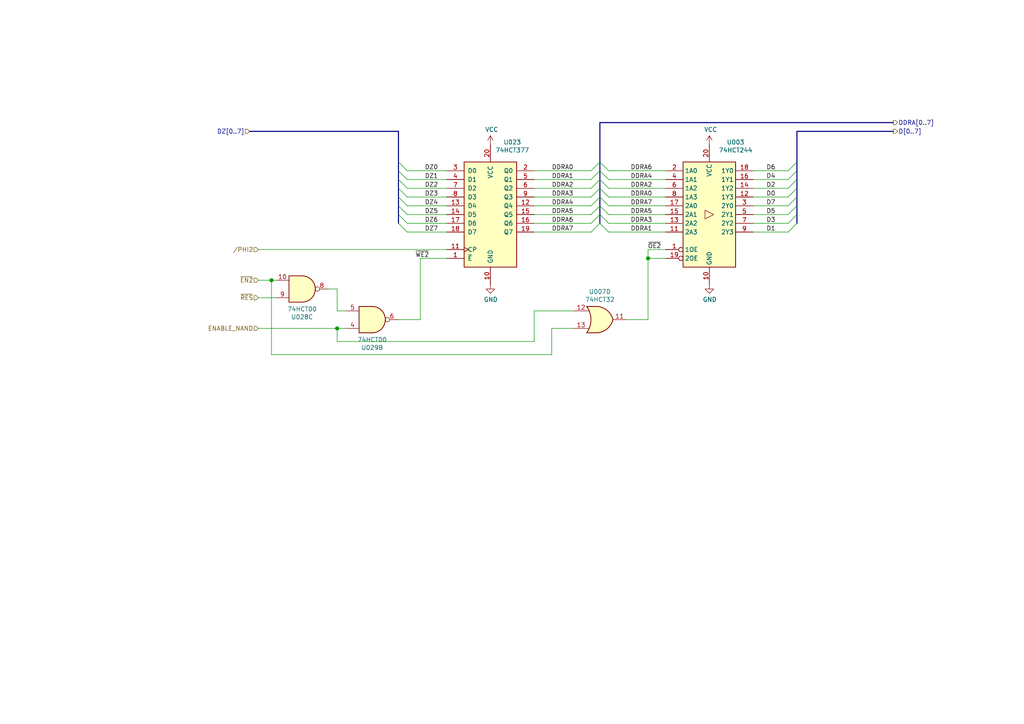
<source format=kicad_sch>
(kicad_sch (version 20211123) (generator eeschema)
  (paper "A4")
  (title_block (title "74HCT6526 Board 0") (date "2023-01-22") (rev "0.2.0") (company "Daniel Molina") (comment 1 "https://github.com/dmolinagarcia/74HCT6526"))
  (lib_symbols
    (symbol "74xx:74HCT00" (pin_names (offset 1.016))
      (property "Reference" "U" (at 0 1.27 0))
      (property "Value" "74HCT00" (at 0 -1.27 0))
      (symbol "74HCT00_1_1"
        (arc (start 0 -3.81) (mid 3.81 0) (end 0 3.81) (stroke (width 0.254)) (fill (type background)))
        (polyline (pts (xy 0 3.81) (xy -3.81 3.81) (xy -3.81 -3.81) (xy 0 -3.81)) (stroke (width 0.254)) (fill (type background)))
        (pin input line (at -7.62 2.54 0) (length 3.81) (name "~") (number "1"))
        (pin input line (at -7.62 -2.54 0) (length 3.81) (name "~") (number "2"))
        (pin output inverted (at 7.62 0 180) (length 3.81) (name "~") (number "3"))
      )
      (symbol "74HCT00_1_2"
        (arc (start -3.81 -3.81) (mid -2.589 0) (end -3.81 3.81) (stroke (width 0.254)))
        (arc (start -0.6096 -3.81) (mid 2.1855 -2.584) (end 3.81 0) (stroke (width 0.254)) (fill (type background)))
        (polyline (pts (xy -3.81 -3.81) (xy -0.635 -3.81)) (stroke (width 0.254)) (fill (type background)))
        (polyline (pts (xy -3.81 3.81) (xy -0.635 3.81)) (stroke (width 0.254)) (fill (type background)))
        (polyline (pts (xy -0.635 3.81) (xy -3.81 3.81) (xy -3.81 3.81) (xy -3.556 3.4036) (xy -3.0226 2.2606) (xy -2.6924 1.0414) (xy -2.6162 -0.254) (xy -2.7686 -1.4986) (xy -3.175 -2.7178) (xy -3.81 -3.81) (xy -3.81 -3.81) (xy -0.635 -3.81)) (stroke (width -25.4)) (fill (type background)))
        (arc (start 3.81 0) (mid 2.1928 2.5925) (end -0.6096 3.81) (stroke (width 0.254)) (fill (type background)))
        (pin input inverted (at -7.62 2.54 0) (length 4.318) (name "~") (number "1"))
        (pin input inverted (at -7.62 -2.54 0) (length 4.318) (name "~") (number "2"))
        (pin output line (at 7.62 0 180) (length 3.81) (name "~") (number "3"))
      )
      (symbol "74HCT00_2_1"
        (arc (start 0 -3.81) (mid 3.81 0) (end 0 3.81) (stroke (width 0.254)) (fill (type background)))
        (polyline (pts (xy 0 3.81) (xy -3.81 3.81) (xy -3.81 -3.81) (xy 0 -3.81)) (stroke (width 0.254)) (fill (type background)))
        (pin input line (at -7.62 2.54 0) (length 3.81) (name "~") (number "4"))
        (pin input line (at -7.62 -2.54 0) (length 3.81) (name "~") (number "5"))
        (pin output inverted (at 7.62 0 180) (length 3.81) (name "~") (number "6"))
      )
      (symbol "74HCT00_2_2"
        (arc (start -3.81 -3.81) (mid -2.589 0) (end -3.81 3.81) (stroke (width 0.254)))
        (arc (start -0.6096 -3.81) (mid 2.1855 -2.584) (end 3.81 0) (stroke (width 0.254)) (fill (type background)))
        (polyline (pts (xy -3.81 -3.81) (xy -0.635 -3.81)) (stroke (width 0.254)) (fill (type background)))
        (polyline (pts (xy -3.81 3.81) (xy -0.635 3.81)) (stroke (width 0.254)) (fill (type background)))
        (polyline (pts (xy -0.635 3.81) (xy -3.81 3.81) (xy -3.81 3.81) (xy -3.556 3.4036) (xy -3.0226 2.2606) (xy -2.6924 1.0414) (xy -2.6162 -0.254) (xy -2.7686 -1.4986) (xy -3.175 -2.7178) (xy -3.81 -3.81) (xy -3.81 -3.81) (xy -0.635 -3.81)) (stroke (width -25.4)) (fill (type background)))
        (arc (start 3.81 0) (mid 2.1928 2.5925) (end -0.6096 3.81) (stroke (width 0.254)) (fill (type background)))
        (pin input inverted (at -7.62 2.54 0) (length 4.318) (name "~") (number "4"))
        (pin input inverted (at -7.62 -2.54 0) (length 4.318) (name "~") (number "5"))
        (pin output line (at 7.62 0 180) (length 3.81) (name "~") (number "6"))
      )
      (symbol "74HCT00_3_1"
        (arc (start 0 -3.81) (mid 3.81 0) (end 0 3.81) (stroke (width 0.254)) (fill (type background)))
        (polyline (pts (xy 0 3.81) (xy -3.81 3.81) (xy -3.81 -3.81) (xy 0 -3.81)) (stroke (width 0.254)) (fill (type background)))
        (pin input line (at -7.62 -2.54 0) (length 3.81) (name "~") (number "10"))
        (pin output inverted (at 7.62 0 180) (length 3.81) (name "~") (number "8"))
        (pin input line (at -7.62 2.54 0) (length 3.81) (name "~") (number "9"))
      )
      (symbol "74HCT00_3_2"
        (arc (start -3.81 -3.81) (mid -2.589 0) (end -3.81 3.81) (stroke (width 0.254)))
        (arc (start -0.6096 -3.81) (mid 2.1855 -2.584) (end 3.81 0) (stroke (width 0.254)) (fill (type background)))
        (polyline (pts (xy -3.81 -3.81) (xy -0.635 -3.81)) (stroke (width 0.254)) (fill (type background)))
        (polyline (pts (xy -3.81 3.81) (xy -0.635 3.81)) (stroke (width 0.254)) (fill (type background)))
        (polyline (pts (xy -0.635 3.81) (xy -3.81 3.81) (xy -3.81 3.81) (xy -3.556 3.4036) (xy -3.0226 2.2606) (xy -2.6924 1.0414) (xy -2.6162 -0.254) (xy -2.7686 -1.4986) (xy -3.175 -2.7178) (xy -3.81 -3.81) (xy -3.81 -3.81) (xy -0.635 -3.81)) (stroke (width -25.4)) (fill (type background)))
        (arc (start 3.81 0) (mid 2.1928 2.5925) (end -0.6096 3.81) (stroke (width 0.254)) (fill (type background)))
        (pin input inverted (at -7.62 -2.54 0) (length 4.318) (name "~") (number "10"))
        (pin output line (at 7.62 0 180) (length 3.81) (name "~") (number "8"))
        (pin input inverted (at -7.62 2.54 0) (length 4.318) (name "~") (number "9"))
      )
      (symbol "74HCT00_4_1"
        (arc (start 0 -3.81) (mid 3.81 0) (end 0 3.81) (stroke (width 0.254)) (fill (type background)))
        (polyline (pts (xy 0 3.81) (xy -3.81 3.81) (xy -3.81 -3.81) (xy 0 -3.81)) (stroke (width 0.254)) (fill (type background)))
        (pin output inverted (at 7.62 0 180) (length 3.81) (name "~") (number "11"))
        (pin input line (at -7.62 2.54 0) (length 3.81) (name "~") (number "12"))
        (pin input line (at -7.62 -2.54 0) (length 3.81) (name "~") (number "13"))
      )
      (symbol "74HCT00_4_2"
        (arc (start -3.81 -3.81) (mid -2.589 0) (end -3.81 3.81) (stroke (width 0.254)))
        (arc (start -0.6096 -3.81) (mid 2.1855 -2.584) (end 3.81 0) (stroke (width 0.254)) (fill (type background)))
        (polyline (pts (xy -3.81 -3.81) (xy -0.635 -3.81)) (stroke (width 0.254)) (fill (type background)))
        (polyline (pts (xy -3.81 3.81) (xy -0.635 3.81)) (stroke (width 0.254)) (fill (type background)))
        (polyline (pts (xy -0.635 3.81) (xy -3.81 3.81) (xy -3.81 3.81) (xy -3.556 3.4036) (xy -3.0226 2.2606) (xy -2.6924 1.0414) (xy -2.6162 -0.254) (xy -2.7686 -1.4986) (xy -3.175 -2.7178) (xy -3.81 -3.81) (xy -3.81 -3.81) (xy -0.635 -3.81)) (stroke (width -25.4)) (fill (type background)))
        (arc (start 3.81 0) (mid 2.1928 2.5925) (end -0.6096 3.81) (stroke (width 0.254)) (fill (type background)))
        (pin output line (at 7.62 0 180) (length 3.81) (name "~") (number "11"))
        (pin input inverted (at -7.62 2.54 0) (length 4.318) (name "~") (number "12"))
        (pin input inverted (at -7.62 -2.54 0) (length 4.318) (name "~") (number "13"))
      )
      (symbol "74HCT00_5_0"
        (pin power_in line (at 0 12.7 270) (length 5.08) (name "VCC") (number "14"))
        (pin power_in line (at 0 -12.7 90) (length 5.08) (name "GND") (number "7"))
      )
      (symbol "74HCT00_5_1"
        (rectangle (start -5.08 7.62) (end 5.08 -7.62) (stroke (width 0.254)) (fill (type background)))
      )
    )
    (symbol "74xx:74HCT244"
      (property "Reference" "U" (at -7.62 16.51 0))
      (property "Value" "74HCT244" (at -7.62 -16.51 0))
      (symbol "74HCT244_1_0"
        (polyline (pts (xy 1.27 0) (xy -1.27 1.27) (xy -1.27 -1.27) (xy 1.27 0)) (stroke (width 0.1524)))
        (pin input inverted (at -12.7 -10.16 0) (length 5.08) (name "1OE") (number "1"))
        (pin power_in line (at 0 -20.32 90) (length 5.08) (name "GND") (number "10"))
        (pin input line (at -12.7 -5.08 0) (length 5.08) (name "2A3") (number "11"))
        (pin tri_state line (at 12.7 5.08 180) (length 5.08) (name "1Y3") (number "12"))
        (pin input line (at -12.7 -2.54 0) (length 5.08) (name "2A2") (number "13"))
        (pin tri_state line (at 12.7 7.62 180) (length 5.08) (name "1Y2") (number "14"))
        (pin input line (at -12.7 0 0) (length 5.08) (name "2A1") (number "15"))
        (pin tri_state line (at 12.7 10.16 180) (length 5.08) (name "1Y1") (number "16"))
        (pin input line (at -12.7 2.54 0) (length 5.08) (name "2A0") (number "17"))
        (pin tri_state line (at 12.7 12.7 180) (length 5.08) (name "1Y0") (number "18"))
        (pin input inverted (at -12.7 -12.7 0) (length 5.08) (name "2OE") (number "19"))
        (pin input line (at -12.7 12.7 0) (length 5.08) (name "1A0") (number "2"))
        (pin power_in line (at 0 20.32 270) (length 5.08) (name "VCC") (number "20"))
        (pin tri_state line (at 12.7 2.54 180) (length 5.08) (name "2Y0") (number "3"))
        (pin input line (at -12.7 10.16 0) (length 5.08) (name "1A1") (number "4"))
        (pin tri_state line (at 12.7 0 180) (length 5.08) (name "2Y1") (number "5"))
        (pin input line (at -12.7 7.62 0) (length 5.08) (name "1A2") (number "6"))
        (pin tri_state line (at 12.7 -2.54 180) (length 5.08) (name "2Y2") (number "7"))
        (pin input line (at -12.7 5.08 0) (length 5.08) (name "1A3") (number "8"))
        (pin tri_state line (at 12.7 -5.08 180) (length 5.08) (name "2Y3") (number "9"))
      )
      (symbol "74HCT244_1_1"
        (rectangle (start -7.62 15.24) (end 7.62 -15.24) (stroke (width 0.254)) (fill (type background)))
      )
    )
    (symbol "74xx:74LS32" (pin_names (offset 1.016))
      (property "Reference" "U" (at 0 1.27 0))
      (property "Value" "74LS32" (at 0 -1.27 0))
      (symbol "74LS32_1_1"
        (arc (start -3.81 -3.81) (mid -2.589 0) (end -3.81 3.81) (stroke (width 0.254)))
        (arc (start -0.6096 -3.81) (mid 2.1855 -2.584) (end 3.81 0) (stroke (width 0.254)) (fill (type background)))
        (polyline (pts (xy -3.81 -3.81) (xy -0.635 -3.81)) (stroke (width 0.254)) (fill (type background)))
        (polyline (pts (xy -3.81 3.81) (xy -0.635 3.81)) (stroke (width 0.254)) (fill (type background)))
        (polyline (pts (xy -0.635 3.81) (xy -3.81 3.81) (xy -3.81 3.81) (xy -3.556 3.4036) (xy -3.0226 2.2606) (xy -2.6924 1.0414) (xy -2.6162 -0.254) (xy -2.7686 -1.4986) (xy -3.175 -2.7178) (xy -3.81 -3.81) (xy -3.81 -3.81) (xy -0.635 -3.81)) (stroke (width -25.4)) (fill (type background)))
        (arc (start 3.81 0) (mid 2.1928 2.5925) (end -0.6096 3.81) (stroke (width 0.254)) (fill (type background)))
        (pin input line (at -7.62 2.54 0) (length 4.318) (name "~") (number "1"))
        (pin input line (at -7.62 -2.54 0) (length 4.318) (name "~") (number "2"))
        (pin output line (at 7.62 0 180) (length 3.81) (name "~") (number "3"))
      )
      (symbol "74LS32_1_2"
        (arc (start 0 -3.81) (mid 3.81 0) (end 0 3.81) (stroke (width 0.254)) (fill (type background)))
        (polyline (pts (xy 0 3.81) (xy -3.81 3.81) (xy -3.81 -3.81) (xy 0 -3.81)) (stroke (width 0.254)) (fill (type background)))
        (pin input inverted (at -7.62 2.54 0) (length 3.81) (name "~") (number "1"))
        (pin input inverted (at -7.62 -2.54 0) (length 3.81) (name "~") (number "2"))
        (pin output inverted (at 7.62 0 180) (length 3.81) (name "~") (number "3"))
      )
      (symbol "74LS32_2_1"
        (arc (start -3.81 -3.81) (mid -2.589 0) (end -3.81 3.81) (stroke (width 0.254)))
        (arc (start -0.6096 -3.81) (mid 2.1855 -2.584) (end 3.81 0) (stroke (width 0.254)) (fill (type background)))
        (polyline (pts (xy -3.81 -3.81) (xy -0.635 -3.81)) (stroke (width 0.254)) (fill (type background)))
        (polyline (pts (xy -3.81 3.81) (xy -0.635 3.81)) (stroke (width 0.254)) (fill (type background)))
        (polyline (pts (xy -0.635 3.81) (xy -3.81 3.81) (xy -3.81 3.81) (xy -3.556 3.4036) (xy -3.0226 2.2606) (xy -2.6924 1.0414) (xy -2.6162 -0.254) (xy -2.7686 -1.4986) (xy -3.175 -2.7178) (xy -3.81 -3.81) (xy -3.81 -3.81) (xy -0.635 -3.81)) (stroke (width -25.4)) (fill (type background)))
        (arc (start 3.81 0) (mid 2.1928 2.5925) (end -0.6096 3.81) (stroke (width 0.254)) (fill (type background)))
        (pin input line (at -7.62 2.54 0) (length 4.318) (name "~") (number "4"))
        (pin input line (at -7.62 -2.54 0) (length 4.318) (name "~") (number "5"))
        (pin output line (at 7.62 0 180) (length 3.81) (name "~") (number "6"))
      )
      (symbol "74LS32_2_2"
        (arc (start 0 -3.81) (mid 3.81 0) (end 0 3.81) (stroke (width 0.254)) (fill (type background)))
        (polyline (pts (xy 0 3.81) (xy -3.81 3.81) (xy -3.81 -3.81) (xy 0 -3.81)) (stroke (width 0.254)) (fill (type background)))
        (pin input inverted (at -7.62 2.54 0) (length 3.81) (name "~") (number "4"))
        (pin input inverted (at -7.62 -2.54 0) (length 3.81) (name "~") (number "5"))
        (pin output inverted (at 7.62 0 180) (length 3.81) (name "~") (number "6"))
      )
      (symbol "74LS32_3_1"
        (arc (start -3.81 -3.81) (mid -2.589 0) (end -3.81 3.81) (stroke (width 0.254)))
        (arc (start -0.6096 -3.81) (mid 2.1855 -2.584) (end 3.81 0) (stroke (width 0.254)) (fill (type background)))
        (polyline (pts (xy -3.81 -3.81) (xy -0.635 -3.81)) (stroke (width 0.254)) (fill (type background)))
        (polyline (pts (xy -3.81 3.81) (xy -0.635 3.81)) (stroke (width 0.254)) (fill (type background)))
        (polyline (pts (xy -0.635 3.81) (xy -3.81 3.81) (xy -3.81 3.81) (xy -3.556 3.4036) (xy -3.0226 2.2606) (xy -2.6924 1.0414) (xy -2.6162 -0.254) (xy -2.7686 -1.4986) (xy -3.175 -2.7178) (xy -3.81 -3.81) (xy -3.81 -3.81) (xy -0.635 -3.81)) (stroke (width -25.4)) (fill (type background)))
        (arc (start 3.81 0) (mid 2.1928 2.5925) (end -0.6096 3.81) (stroke (width 0.254)) (fill (type background)))
        (pin input line (at -7.62 -2.54 0) (length 4.318) (name "~") (number "10"))
        (pin output line (at 7.62 0 180) (length 3.81) (name "~") (number "8"))
        (pin input line (at -7.62 2.54 0) (length 4.318) (name "~") (number "9"))
      )
      (symbol "74LS32_3_2"
        (arc (start 0 -3.81) (mid 3.81 0) (end 0 3.81) (stroke (width 0.254)) (fill (type background)))
        (polyline (pts (xy 0 3.81) (xy -3.81 3.81) (xy -3.81 -3.81) (xy 0 -3.81)) (stroke (width 0.254)) (fill (type background)))
        (pin input inverted (at -7.62 -2.54 0) (length 3.81) (name "~") (number "10"))
        (pin output inverted (at 7.62 0 180) (length 3.81) (name "~") (number "8"))
        (pin input inverted (at -7.62 2.54 0) (length 3.81) (name "~") (number "9"))
      )
      (symbol "74LS32_4_1"
        (arc (start -3.81 -3.81) (mid -2.589 0) (end -3.81 3.81) (stroke (width 0.254)))
        (arc (start -0.6096 -3.81) (mid 2.1855 -2.584) (end 3.81 0) (stroke (width 0.254)) (fill (type background)))
        (polyline (pts (xy -3.81 -3.81) (xy -0.635 -3.81)) (stroke (width 0.254)) (fill (type background)))
        (polyline (pts (xy -3.81 3.81) (xy -0.635 3.81)) (stroke (width 0.254)) (fill (type background)))
        (polyline (pts (xy -0.635 3.81) (xy -3.81 3.81) (xy -3.81 3.81) (xy -3.556 3.4036) (xy -3.0226 2.2606) (xy -2.6924 1.0414) (xy -2.6162 -0.254) (xy -2.7686 -1.4986) (xy -3.175 -2.7178) (xy -3.81 -3.81) (xy -3.81 -3.81) (xy -0.635 -3.81)) (stroke (width -25.4)) (fill (type background)))
        (arc (start 3.81 0) (mid 2.1928 2.5925) (end -0.6096 3.81) (stroke (width 0.254)) (fill (type background)))
        (pin output line (at 7.62 0 180) (length 3.81) (name "~") (number "11"))
        (pin input line (at -7.62 2.54 0) (length 4.318) (name "~") (number "12"))
        (pin input line (at -7.62 -2.54 0) (length 4.318) (name "~") (number "13"))
      )
      (symbol "74LS32_4_2"
        (arc (start 0 -3.81) (mid 3.81 0) (end 0 3.81) (stroke (width 0.254)) (fill (type background)))
        (polyline (pts (xy 0 3.81) (xy -3.81 3.81) (xy -3.81 -3.81) (xy 0 -3.81)) (stroke (width 0.254)) (fill (type background)))
        (pin output inverted (at 7.62 0 180) (length 3.81) (name "~") (number "11"))
        (pin input inverted (at -7.62 2.54 0) (length 3.81) (name "~") (number "12"))
        (pin input inverted (at -7.62 -2.54 0) (length 3.81) (name "~") (number "13"))
      )
      (symbol "74LS32_5_0"
        (pin power_in line (at 0 12.7 270) (length 5.08) (name "VCC") (number "14"))
        (pin power_in line (at 0 -12.7 90) (length 5.08) (name "GND") (number "7"))
      )
      (symbol "74LS32_5_1"
        (rectangle (start -5.08 7.62) (end 5.08 -7.62) (stroke (width 0.254)) (fill (type background)))
      )
    )
    (symbol "74xx:74LS377" (pin_names (offset 1.016))
      (property "Reference" "U" (at -7.62 16.51 0))
      (property "Value" "74LS377" (at -7.62 -16.51 0))
      (symbol "74LS377_1_0"
        (pin input line (at -12.7 -12.7 0) (length 5.08) (name "~{E}") (number "1"))
        (pin power_in line (at 0 -20.32 90) (length 5.08) (name "GND") (number "10"))
        (pin input clock (at -12.7 -10.16 0) (length 5.08) (name "CP") (number "11"))
        (pin output line (at 12.7 2.54 180) (length 5.08) (name "Q4") (number "12"))
        (pin input line (at -12.7 2.54 0) (length 5.08) (name "D4") (number "13"))
        (pin input line (at -12.7 0 0) (length 5.08) (name "D5") (number "14"))
        (pin output line (at 12.7 0 180) (length 5.08) (name "Q5") (number "15"))
        (pin output line (at 12.7 -2.54 180) (length 5.08) (name "Q6") (number "16"))
        (pin input line (at -12.7 -2.54 0) (length 5.08) (name "D6") (number "17"))
        (pin input line (at -12.7 -5.08 0) (length 5.08) (name "D7") (number "18"))
        (pin output line (at 12.7 -5.08 180) (length 5.08) (name "Q7") (number "19"))
        (pin output line (at 12.7 12.7 180) (length 5.08) (name "Q0") (number "2"))
        (pin power_in line (at 0 20.32 270) (length 5.08) (name "VCC") (number "20"))
        (pin input line (at -12.7 12.7 0) (length 5.08) (name "D0") (number "3"))
        (pin input line (at -12.7 10.16 0) (length 5.08) (name "D1") (number "4"))
        (pin output line (at 12.7 10.16 180) (length 5.08) (name "Q1") (number "5"))
        (pin output line (at 12.7 7.62 180) (length 5.08) (name "Q2") (number "6"))
        (pin input line (at -12.7 7.62 0) (length 5.08) (name "D2") (number "7"))
        (pin input line (at -12.7 5.08 0) (length 5.08) (name "D3") (number "8"))
        (pin output line (at 12.7 5.08 180) (length 5.08) (name "Q3") (number "9"))
      )
      (symbol "74LS377_1_1"
        (rectangle (start -7.62 15.24) (end 7.62 -15.24) (stroke (width 0.254)) (fill (type background)))
      )
    )
    (symbol "power:GND" (power) (pin_names (offset 0))
      (property "Value" "GND" (at 0 -3.81 0))
      (symbol "GND_0_1"
        (polyline (pts (xy 0 0) (xy 0 -1.27) (xy 1.27 -1.27) (xy 0 -2.54) (xy -1.27 -1.27) (xy 0 -1.27)))
      )
      (symbol "GND_1_1"
        (pin power_in line (at 0 0 270) (length 0) hide (name "GND") (number "1"))
      )
    )
    (symbol "power:VCC" (power) (pin_names (offset 0))
      (property "Value" "VCC" (at 0 3.81 0))
      (symbol "VCC_0_1"
        (polyline (pts (xy -0.762 1.27) (xy 0 2.54)))
        (polyline (pts (xy 0 0) (xy 0 2.54)))
        (polyline (pts (xy 0 2.54) (xy 0.762 1.27)))
      )
      (symbol "VCC_1_1"
        (pin power_in line (at 0 0 90) (length 0) hide (name "VCC") (number "1"))
      )
    )
  )
  (junction (at 97.79 95.25) (diameter 1.016))
  (junction (at 78.74 81.28) (diameter 1.016))
  (junction (at 187.96 74.93) (diameter 1.016))
  (bus_entry (at 231.14 46.99) (size -2.54 2.54) (stroke (width 0.1524)))
  (bus_entry (at 115.57 49.53) (size 2.54 2.54) (stroke (width 0.1524)))
  (bus_entry (at 173.99 54.61) (size -2.54 2.54) (stroke (width 0.1524)))
  (bus_entry (at 231.14 59.69) (size -2.54 2.54) (stroke (width 0.1524)))
  (bus_entry (at 173.99 49.53) (size -2.54 2.54) (stroke (width 0.1524)))
  (bus_entry (at 231.14 49.53) (size -2.54 2.54) (stroke (width 0.1524)))
  (bus_entry (at 173.99 64.77) (size 2.54 2.54) (stroke (width 0.1524)))
  (bus_entry (at 173.99 62.23) (size 2.54 2.54) (stroke (width 0.1524)))
  (bus_entry (at 173.99 52.07) (size 2.54 2.54) (stroke (width 0.1524)))
  (bus_entry (at 115.57 52.07) (size 2.54 2.54) (stroke (width 0.1524)))
  (bus_entry (at 115.57 54.61) (size 2.54 2.54) (stroke (width 0.1524)))
  (bus_entry (at 173.99 49.53) (size 2.54 2.54) (stroke (width 0.1524)))
  (bus_entry (at 115.57 62.23) (size 2.54 2.54) (stroke (width 0.1524)))
  (bus_entry (at 115.57 46.99) (size 2.54 2.54) (stroke (width 0.1524)))
  (bus_entry (at 231.14 57.15) (size -2.54 2.54) (stroke (width 0.1524)))
  (bus_entry (at 173.99 57.15) (size 2.54 2.54) (stroke (width 0.1524)))
  (bus_entry (at 173.99 52.07) (size -2.54 2.54) (stroke (width 0.1524)))
  (bus_entry (at 173.99 59.69) (size 2.54 2.54) (stroke (width 0.1524)))
  (bus_entry (at 115.57 57.15) (size 2.54 2.54) (stroke (width 0.1524)))
  (bus_entry (at 115.57 59.69) (size 2.54 2.54) (stroke (width 0.1524)))
  (bus_entry (at 173.99 59.69) (size -2.54 2.54) (stroke (width 0.1524)))
  (bus_entry (at 173.99 46.99) (size 2.54 2.54) (stroke (width 0.1524)))
  (bus_entry (at 173.99 57.15) (size -2.54 2.54) (stroke (width 0.1524)))
  (bus_entry (at 115.57 64.77) (size 2.54 2.54) (stroke (width 0.1524)))
  (bus_entry (at 231.14 64.77) (size -2.54 2.54) (stroke (width 0.1524)))
  (bus_entry (at 173.99 64.77) (size -2.54 2.54) (stroke (width 0.1524)))
  (bus_entry (at 173.99 46.99) (size -2.54 2.54) (stroke (width 0.1524)))
  (bus_entry (at 173.99 62.23) (size -2.54 2.54) (stroke (width 0.1524)))
  (bus_entry (at 231.14 52.07) (size -2.54 2.54) (stroke (width 0.1524)))
  (bus_entry (at 173.99 54.61) (size 2.54 2.54) (stroke (width 0.1524)))
  (bus_entry (at 231.14 62.23) (size -2.54 2.54) (stroke (width 0.1524)))
  (bus_entry (at 231.14 54.61) (size -2.54 2.54) (stroke (width 0.1524)))
  (wire (pts (xy 78.74 102.87) (xy 160.02 102.87)))
  (wire (pts (xy 218.44 62.23) (xy 228.6 62.23)))
  (wire (pts (xy 154.94 90.17) (xy 166.37 90.17)))
  (wire (pts (xy 218.44 52.07) (xy 228.6 52.07)))
  (wire (pts (xy 154.94 99.06) (xy 154.94 90.17)))
  (wire (pts (xy 218.44 57.15) (xy 228.6 57.15)))
  (wire (pts (xy 218.44 59.69) (xy 228.6 59.69)))
  (wire (pts (xy 218.44 49.53) (xy 228.6 49.53)))
  (bus (pts (xy 115.57 49.53) (xy 115.57 52.07)))
  (wire (pts (xy 176.53 54.61) (xy 193.04 54.61)))
  (bus (pts (xy 173.99 35.56) (xy 259.08 35.56)))
  (wire (pts (xy 154.94 64.77) (xy 171.45 64.77)))
  (wire (pts (xy 118.11 52.07) (xy 129.54 52.07)))
  (wire (pts (xy 118.11 59.69) (xy 129.54 59.69)))
  (wire (pts (xy 154.94 54.61) (xy 171.45 54.61)))
  (wire (pts (xy 95.25 83.82) (xy 97.79 83.82)))
  (wire (pts (xy 97.79 90.17) (xy 100.33 90.17)))
  (bus (pts (xy 231.14 49.53) (xy 231.14 46.99)))
  (bus (pts (xy 173.99 46.99) (xy 173.99 49.53)))
  (wire (pts (xy 118.11 62.23) (xy 129.54 62.23)))
  (bus (pts (xy 231.14 38.1) (xy 259.08 38.1)))
  (bus (pts (xy 115.57 46.99) (xy 115.57 49.53)))
  (wire (pts (xy 121.92 74.93) (xy 129.54 74.93)))
  (wire (pts (xy 97.79 95.25) (xy 97.79 99.06)))
  (wire (pts (xy 78.74 81.28) (xy 78.74 102.87)))
  (wire (pts (xy 176.53 59.69) (xy 193.04 59.69)))
  (wire (pts (xy 97.79 83.82) (xy 97.79 90.17)))
  (bus (pts (xy 231.14 59.69) (xy 231.14 57.15)))
  (bus (pts (xy 115.57 54.61) (xy 115.57 57.15)))
  (wire (pts (xy 176.53 49.53) (xy 193.04 49.53)))
  (wire (pts (xy 121.92 92.71) (xy 121.92 74.93)))
  (bus (pts (xy 231.14 64.77) (xy 231.14 62.23)))
  (wire (pts (xy 74.93 72.39) (xy 129.54 72.39)))
  (wire (pts (xy 118.11 64.77) (xy 129.54 64.77)))
  (bus (pts (xy 231.14 57.15) (xy 231.14 54.61)))
  (wire (pts (xy 154.94 59.69) (xy 171.45 59.69)))
  (wire (pts (xy 118.11 67.31) (xy 129.54 67.31)))
  (bus (pts (xy 173.99 57.15) (xy 173.99 59.69)))
  (wire (pts (xy 154.94 49.53) (xy 171.45 49.53)))
  (wire (pts (xy 74.93 86.36) (xy 80.01 86.36)))
  (bus (pts (xy 72.39 38.1) (xy 115.57 38.1)))
  (wire (pts (xy 160.02 102.87) (xy 160.02 95.25)))
  (bus (pts (xy 173.99 62.23) (xy 173.99 64.77)))
  (bus (pts (xy 173.99 52.07) (xy 173.99 54.61)))
  (bus (pts (xy 231.14 54.61) (xy 231.14 52.07)))
  (bus (pts (xy 115.57 38.1) (xy 115.57 46.99)))
  (wire (pts (xy 118.11 57.15) (xy 129.54 57.15)))
  (wire (pts (xy 154.94 67.31) (xy 171.45 67.31)))
  (bus (pts (xy 115.57 57.15) (xy 115.57 59.69)))
  (wire (pts (xy 218.44 64.77) (xy 228.6 64.77)))
  (wire (pts (xy 115.57 92.71) (xy 121.92 92.71)))
  (bus (pts (xy 231.14 52.07) (xy 231.14 49.53)))
  (bus (pts (xy 115.57 62.23) (xy 115.57 64.77)))
  (wire (pts (xy 176.53 62.23) (xy 193.04 62.23)))
  (bus (pts (xy 173.99 54.61) (xy 173.99 57.15)))
  (wire (pts (xy 160.02 95.25) (xy 166.37 95.25)))
  (bus (pts (xy 173.99 46.99) (xy 173.99 35.56)))
  (wire (pts (xy 187.96 92.71) (xy 187.96 74.93)))
  (wire (pts (xy 176.53 52.07) (xy 193.04 52.07)))
  (bus (pts (xy 115.57 59.69) (xy 115.57 62.23)))
  (wire (pts (xy 154.94 57.15) (xy 171.45 57.15)))
  (wire (pts (xy 181.61 92.71) (xy 187.96 92.71)))
  (bus (pts (xy 231.14 62.23) (xy 231.14 59.69)))
  (wire (pts (xy 176.53 64.77) (xy 193.04 64.77)))
  (bus (pts (xy 115.57 52.07) (xy 115.57 54.61)))
  (wire (pts (xy 176.53 67.31) (xy 193.04 67.31)))
  (wire (pts (xy 187.96 72.39) (xy 193.04 72.39)))
  (bus (pts (xy 173.99 59.69) (xy 173.99 62.23)))
  (wire (pts (xy 97.79 99.06) (xy 154.94 99.06)))
  (wire (pts (xy 74.93 81.28) (xy 78.74 81.28)))
  (wire (pts (xy 74.93 95.25) (xy 97.79 95.25)))
  (wire (pts (xy 218.44 67.31) (xy 228.6 67.31)))
  (wire (pts (xy 218.44 54.61) (xy 228.6 54.61)))
  (bus (pts (xy 173.99 49.53) (xy 173.99 52.07)))
  (wire (pts (xy 187.96 74.93) (xy 193.04 74.93)))
  (wire (pts (xy 118.11 54.61) (xy 129.54 54.61)))
  (wire (pts (xy 78.74 81.28) (xy 80.01 81.28)))
  (wire (pts (xy 154.94 62.23) (xy 171.45 62.23)))
  (bus (pts (xy 231.14 46.99) (xy 231.14 38.1)))
  (wire (pts (xy 187.96 74.93) (xy 187.96 72.39)))
  (wire (pts (xy 154.94 52.07) (xy 171.45 52.07)))
  (wire (pts (xy 118.11 49.53) (xy 129.54 49.53)))
  (wire (pts (xy 97.79 95.25) (xy 100.33 95.25)))
  (wire (pts (xy 176.53 57.15) (xy 193.04 57.15)))
  (label "D7" (at 222.25 59.69 0))
  (label "DDRA6" (at 182.88 49.53 0))
  (label "D2" (at 222.25 54.61 0))
  (label "DZ4" (at 123.19 59.69 0))
  (label "DDRA0" (at 160.02 49.53 0))
  (label "DZ7" (at 123.19 67.31 0))
  (label "D6" (at 222.25 49.53 0))
  (label "DDRA7" (at 160.02 67.31 0))
  (label "DDRA7" (at 182.88 59.69 0))
  (label "DZ6" (at 123.19 64.77 0))
  (label "D1" (at 222.25 67.31 0))
  (label "DZ5" (at 123.19 62.23 0))
  (label "~{OE2}" (at 191.77 72.39 180))
  (label "D0" (at 222.25 57.15 0))
  (label "DDRA3" (at 160.02 57.15 0))
  (label "DDRA6" (at 160.02 64.77 0))
  (label "DDRA0" (at 182.88 57.15 0))
  (label "DDRA3" (at 182.88 64.77 0))
  (label "~{WE2}" (at 124.46 74.93 180))
  (label "DDRA5" (at 160.02 62.23 0))
  (label "D3" (at 222.25 64.77 0))
  (label "DDRA5" (at 182.88 62.23 0))
  (label "DZ0" (at 123.19 49.53 0))
  (label "DDRA4" (at 160.02 59.69 0))
  (label "DZ1" (at 123.19 52.07 0))
  (label "DDRA1" (at 160.02 52.07 0))
  (label "DDRA1" (at 182.88 67.31 0))
  (label "DZ2" (at 123.19 54.61 0))
  (label "D5" (at 222.25 62.23 0))
  (label "DDRA2" (at 182.88 54.61 0))
  (label "DZ3" (at 123.19 57.15 0))
  (label "DDRA2" (at 160.02 54.61 0))
  (label "DDRA4" (at 182.88 52.07 0))
  (label "D4" (at 222.25 52.07 0))
  (hierarchical_label "~{RES}" (shape input) (at 74.93 86.36 180))
  (hierarchical_label "DZ[0..7]" (shape input) (at 72.39 38.1 180))
  (hierarchical_label "~{EN2}" (shape input) (at 74.93 81.28 180))
  (hierarchical_label "ENABLE_NAND" (shape input) (at 74.93 95.25 180))
  (hierarchical_label "D[0..7]" (shape output) (at 259.08 38.1 0))
  (hierarchical_label "DDRA[0..7]" (shape output) (at 259.08 35.56 0))
  (hierarchical_label "{slash}PHI2" (shape input) (at 74.93 72.39 180))
  (symbol (lib_id "power:VCC") (at 142.24 41.91 0) (unit 1)
    (property "Reference" "#PWR01" (effects hide))
    (property "Value" "VCC" (at 142.6083 37.5856 0))
  )
  (symbol (lib_id "74xx:74LS32") (at 173.99 92.71 0) (unit 4)
    (property "Reference" "U007" (at 173.99 84.5882 0))
    (property "Value" "74HCT32" (at 173.99 86.8869 0))
    (property "Footprint" "74hct6526.footprints:SO-14" (effects hide))
    (property "Datasheet" "http://www.ti.com/lit/gpn/sn74LS32" (effects hide))
  )
  (symbol (lib_id "74xx:74HCT244") (at 205.74 62.23 0) (unit 1)
    (property "Reference" "U003" (at 213.36 41.2558 0))
    (property "Value" "74HCT244" (at 213.36 43.5545 0))
    (property "Footprint" "74hct6526.footprints:SOIC-20W" (effects hide))
    (property "Datasheet" "https://assets.nexperia.com/documents/data-sheet/74HC_HCT244.pdf" (effects hide))
  )
  (symbol (lib_id "power:GND") (at 142.24 82.55 0) (unit 1)
    (property "Reference" "#PWR02" (effects hide))
    (property "Value" "GND" (at 142.3543 86.8744 0))
  )
  (symbol (lib_id "74xx:74HCT00") (at 107.95 92.71 0) (mirror x) (unit 2)
    (property "Reference" "U029" (at 107.95 100.8318 0))
    (property "Value" "74HCT00" (at 107.95 98.5331 0))
    (property "Footprint" "74hct6526.footprints:SO-14" (effects hide))
    (property "Datasheet" "http://www.ti.com/lit/gpn/sn74hct00" (effects hide))
  )
  (symbol (lib_id "power:GND") (at 205.74 82.55 0) (unit 1)
    (property "Reference" "#PWR04" (effects hide))
    (property "Value" "GND" (at 205.8543 86.8744 0))
  )
  (symbol (lib_id "74xx:74LS377") (at 142.24 62.23 0) (unit 1)
    (property "Reference" "U023" (at 148.59 41.2558 0))
    (property "Value" "74HCT377" (at 148.59 43.5545 0))
    (property "Footprint" "74hct6526.footprints:SOIC-20W" (effects hide))
    (property "Datasheet" "http://www.ti.com/lit/gpn/sn74LS377" (effects hide))
  )
  (symbol (lib_id "74xx:74HCT00") (at 87.63 83.82 0) (mirror x) (unit 3)
    (property "Reference" "U028" (at 87.63 91.9418 0))
    (property "Value" "74HCT00" (at 87.63 89.6431 0))
    (property "Footprint" "74hct6526.footprints:SO-14" (effects hide))
    (property "Datasheet" "http://www.ti.com/lit/gpn/sn74hct00" (effects hide))
  )
  (symbol (lib_id "power:VCC") (at 205.74 41.91 0) (unit 1)
    (property "Reference" "#PWR03" (effects hide))
    (property "Value" "VCC" (at 206.1083 37.5856 0))
  )
)
</source>
